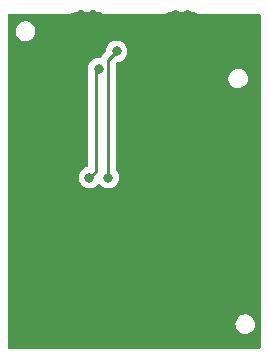
<source format=gbr>
%TF.GenerationSoftware,KiCad,Pcbnew,7.0.6-7.0.6~ubuntu22.04.1*%
%TF.CreationDate,2023-07-18T02:10:15-05:00*%
%TF.ProjectId,hydrophone_preamp,68796472-6f70-4686-9f6e-655f70726561,rev?*%
%TF.SameCoordinates,Original*%
%TF.FileFunction,Copper,L2,Bot*%
%TF.FilePolarity,Positive*%
%FSLAX46Y46*%
G04 Gerber Fmt 4.6, Leading zero omitted, Abs format (unit mm)*
G04 Created by KiCad (PCBNEW 7.0.6-7.0.6~ubuntu22.04.1) date 2023-07-18 02:10:15*
%MOMM*%
%LPD*%
G01*
G04 APERTURE LIST*
%TA.AperFunction,ViaPad*%
%ADD10C,0.800000*%
%TD*%
%TA.AperFunction,Conductor*%
%ADD11C,0.250000*%
%TD*%
G04 APERTURE END LIST*
D10*
%TO.N,GND*%
X125000000Y-126400000D03*
X121800000Y-123400000D03*
X139800000Y-102000000D03*
%TO.N,Net-(C3-Pad2)*%
X128500000Y-103500000D03*
X127800000Y-114200000D03*
%TO.N,Net-(C4-Pad2)*%
X127001910Y-104974500D03*
X126200000Y-114200000D03*
%TO.N,GND*%
X124800000Y-102000000D03*
X134425480Y-110025000D03*
X121400480Y-110600000D03*
X124400480Y-110800000D03*
X129000000Y-110000000D03*
%TD*%
D11*
%TO.N,Net-(C3-Pad2)*%
X127800000Y-114200000D02*
X127800000Y-104200000D01*
X127800000Y-104200000D02*
X128500000Y-103500000D01*
%TO.N,Net-(C4-Pad2)*%
X126200000Y-114200000D02*
X126724511Y-113675489D01*
X126724511Y-105251899D02*
X127001910Y-104974500D01*
X126724511Y-113675489D02*
X126724511Y-105251899D01*
%TD*%
%TA.AperFunction,Conductor*%
%TO.N,GND*%
G36*
X125603059Y-100020002D02*
G01*
X125617450Y-100030775D01*
X125617856Y-100031127D01*
X125617857Y-100031128D01*
X125726627Y-100125377D01*
X125857543Y-100185165D01*
X125964201Y-100200500D01*
X125964205Y-100200500D01*
X126035795Y-100200500D01*
X126035799Y-100200500D01*
X126142457Y-100185165D01*
X126273373Y-100125377D01*
X126382143Y-100031128D01*
X126382143Y-100031127D01*
X126382550Y-100030775D01*
X126447131Y-100001282D01*
X126465062Y-100000000D01*
X126534938Y-100000000D01*
X126603059Y-100020002D01*
X126617450Y-100030775D01*
X126617856Y-100031127D01*
X126617857Y-100031128D01*
X126726627Y-100125377D01*
X126857543Y-100185165D01*
X126964201Y-100200500D01*
X126964205Y-100200500D01*
X127035799Y-100200500D01*
X127069337Y-100195677D01*
X127093932Y-100192142D01*
X127164206Y-100202245D01*
X127187793Y-100216307D01*
X127192377Y-100219768D01*
X127205503Y-100229680D01*
X127209967Y-100233388D01*
X127239067Y-100259916D01*
X127239068Y-100259916D01*
X127247517Y-100265147D01*
X127254832Y-100269222D01*
X127263734Y-100273654D01*
X127263736Y-100273656D01*
X127280947Y-100278552D01*
X127301600Y-100284429D01*
X127307110Y-100286275D01*
X127343827Y-100300500D01*
X127343830Y-100300501D01*
X127353572Y-100302322D01*
X127361911Y-100303485D01*
X127371791Y-100304401D01*
X127371792Y-100304400D01*
X127371793Y-100304401D01*
X127381678Y-100303485D01*
X127410995Y-100300769D01*
X127416811Y-100300500D01*
X132540507Y-100300500D01*
X132561911Y-100303485D01*
X132571791Y-100304401D01*
X132571792Y-100304400D01*
X132571793Y-100304401D01*
X132581678Y-100303485D01*
X132610995Y-100300769D01*
X132616811Y-100300500D01*
X132627842Y-100300500D01*
X132627844Y-100300500D01*
X132638688Y-100298472D01*
X132644445Y-100297668D01*
X132683660Y-100294035D01*
X132683663Y-100294033D01*
X132693231Y-100291311D01*
X132701142Y-100288659D01*
X132710424Y-100285062D01*
X132710433Y-100285061D01*
X132743913Y-100264330D01*
X132748974Y-100261511D01*
X132784228Y-100243958D01*
X132784230Y-100243954D01*
X132792193Y-100237942D01*
X132798576Y-100232641D01*
X132805947Y-100225922D01*
X132805952Y-100225919D01*
X132805955Y-100225914D01*
X132807641Y-100224378D01*
X132811401Y-100222544D01*
X132815887Y-100219768D01*
X132816167Y-100220221D01*
X132871458Y-100193265D01*
X132910458Y-100192773D01*
X132964201Y-100200500D01*
X132964204Y-100200500D01*
X133035795Y-100200500D01*
X133035799Y-100200500D01*
X133142457Y-100185165D01*
X133273373Y-100125377D01*
X133382143Y-100031128D01*
X133382143Y-100031127D01*
X133382550Y-100030775D01*
X133447131Y-100001282D01*
X133465062Y-100000000D01*
X133534938Y-100000000D01*
X133603059Y-100020002D01*
X133617450Y-100030775D01*
X133617856Y-100031127D01*
X133617857Y-100031128D01*
X133726627Y-100125377D01*
X133857543Y-100185165D01*
X133964201Y-100200500D01*
X133964205Y-100200500D01*
X134035795Y-100200500D01*
X134035799Y-100200500D01*
X134142457Y-100185165D01*
X134273373Y-100125377D01*
X134382143Y-100031128D01*
X134382143Y-100031127D01*
X134382550Y-100030775D01*
X134447131Y-100001282D01*
X134465062Y-100000000D01*
X134534938Y-100000000D01*
X134603059Y-100020002D01*
X134617450Y-100030775D01*
X134617856Y-100031127D01*
X134617857Y-100031128D01*
X134726627Y-100125377D01*
X134857543Y-100185165D01*
X134964201Y-100200500D01*
X134964205Y-100200500D01*
X135035799Y-100200500D01*
X135069337Y-100195677D01*
X135093932Y-100192142D01*
X135164206Y-100202245D01*
X135187793Y-100216307D01*
X135192377Y-100219768D01*
X135205503Y-100229680D01*
X135209967Y-100233388D01*
X135239067Y-100259916D01*
X135239068Y-100259916D01*
X135247517Y-100265147D01*
X135254832Y-100269222D01*
X135263734Y-100273654D01*
X135263736Y-100273656D01*
X135280947Y-100278552D01*
X135301600Y-100284429D01*
X135307110Y-100286275D01*
X135343827Y-100300500D01*
X135343830Y-100300501D01*
X135353572Y-100302322D01*
X135361911Y-100303485D01*
X135371791Y-100304401D01*
X135371792Y-100304400D01*
X135371793Y-100304401D01*
X135381678Y-100303485D01*
X135410995Y-100300769D01*
X135416811Y-100300500D01*
X140573500Y-100300500D01*
X140641621Y-100320502D01*
X140688114Y-100374158D01*
X140699500Y-100426500D01*
X140699500Y-128573500D01*
X140679498Y-128641621D01*
X140625842Y-128688114D01*
X140573500Y-128699500D01*
X119426500Y-128699500D01*
X119358379Y-128679498D01*
X119311886Y-128625842D01*
X119300500Y-128573500D01*
X119300500Y-126554990D01*
X138569845Y-126554990D01*
X138579578Y-126734498D01*
X138579579Y-126734506D01*
X138627670Y-126907717D01*
X138627672Y-126907720D01*
X138627673Y-126907723D01*
X138711881Y-127066556D01*
X138828265Y-127203574D01*
X138971382Y-127312369D01*
X139134541Y-127387854D01*
X139134544Y-127387854D01*
X139134545Y-127387855D01*
X139170807Y-127395836D01*
X139310113Y-127426500D01*
X139310116Y-127426500D01*
X139444808Y-127426500D01*
X139444816Y-127426500D01*
X139455743Y-127425311D01*
X139578714Y-127411938D01*
X139578715Y-127411937D01*
X139578721Y-127411937D01*
X139749085Y-127354535D01*
X139903126Y-127261851D01*
X140033642Y-127138220D01*
X140134529Y-126989423D01*
X140201070Y-126822416D01*
X140230155Y-126645010D01*
X140220422Y-126465499D01*
X140203432Y-126404309D01*
X140172329Y-126292282D01*
X140172327Y-126292280D01*
X140172327Y-126292277D01*
X140088119Y-126133444D01*
X139971735Y-125996426D01*
X139828618Y-125887631D01*
X139665459Y-125812146D01*
X139665457Y-125812145D01*
X139665454Y-125812144D01*
X139489893Y-125773501D01*
X139489890Y-125773500D01*
X139489887Y-125773500D01*
X139355184Y-125773500D01*
X139355174Y-125773500D01*
X139221285Y-125788061D01*
X139221272Y-125788064D01*
X139050917Y-125845463D01*
X139050916Y-125845464D01*
X138896875Y-125938147D01*
X138766363Y-126061773D01*
X138766359Y-126061777D01*
X138665469Y-126210579D01*
X138598930Y-126377581D01*
X138598929Y-126377583D01*
X138569845Y-126554990D01*
X119300500Y-126554990D01*
X119300500Y-114200000D01*
X125286496Y-114200000D01*
X125306457Y-114389927D01*
X125336526Y-114482470D01*
X125365473Y-114571556D01*
X125365476Y-114571561D01*
X125460958Y-114736941D01*
X125460965Y-114736951D01*
X125588744Y-114878864D01*
X125588747Y-114878866D01*
X125743248Y-114991118D01*
X125917712Y-115068794D01*
X126104513Y-115108500D01*
X126295487Y-115108500D01*
X126482288Y-115068794D01*
X126656752Y-114991118D01*
X126811253Y-114878866D01*
X126906364Y-114773234D01*
X126966809Y-114735995D01*
X127037793Y-114737346D01*
X127093635Y-114773234D01*
X127188747Y-114878866D01*
X127343248Y-114991118D01*
X127517712Y-115068794D01*
X127704513Y-115108500D01*
X127895487Y-115108500D01*
X128082288Y-115068794D01*
X128256752Y-114991118D01*
X128411253Y-114878866D01*
X128411255Y-114878864D01*
X128539034Y-114736951D01*
X128539035Y-114736949D01*
X128539040Y-114736944D01*
X128634527Y-114571556D01*
X128693542Y-114389928D01*
X128713504Y-114200000D01*
X128693542Y-114010072D01*
X128634527Y-113828444D01*
X128539040Y-113663056D01*
X128465863Y-113581784D01*
X128435146Y-113517776D01*
X128433500Y-113497474D01*
X128433500Y-105754990D01*
X137969845Y-105754990D01*
X137979578Y-105934498D01*
X137979579Y-105934506D01*
X138027670Y-106107717D01*
X138027672Y-106107720D01*
X138027673Y-106107723D01*
X138111881Y-106266556D01*
X138228265Y-106403574D01*
X138371382Y-106512369D01*
X138534541Y-106587854D01*
X138534544Y-106587854D01*
X138534545Y-106587855D01*
X138570807Y-106595836D01*
X138710113Y-106626500D01*
X138710116Y-106626500D01*
X138844808Y-106626500D01*
X138844816Y-106626500D01*
X138855743Y-106625311D01*
X138978714Y-106611938D01*
X138978715Y-106611937D01*
X138978721Y-106611937D01*
X139149085Y-106554535D01*
X139303126Y-106461851D01*
X139433642Y-106338220D01*
X139534529Y-106189423D01*
X139601070Y-106022416D01*
X139630155Y-105845010D01*
X139620422Y-105665499D01*
X139603432Y-105604309D01*
X139572329Y-105492282D01*
X139572327Y-105492280D01*
X139572327Y-105492277D01*
X139488119Y-105333444D01*
X139371735Y-105196426D01*
X139228618Y-105087631D01*
X139065459Y-105012146D01*
X139065457Y-105012145D01*
X139065454Y-105012144D01*
X138889893Y-104973501D01*
X138889890Y-104973500D01*
X138889887Y-104973500D01*
X138755184Y-104973500D01*
X138755174Y-104973500D01*
X138621285Y-104988061D01*
X138621272Y-104988064D01*
X138450917Y-105045463D01*
X138450916Y-105045464D01*
X138296875Y-105138147D01*
X138166363Y-105261773D01*
X138166359Y-105261777D01*
X138065469Y-105410579D01*
X137998930Y-105577581D01*
X137998929Y-105577583D01*
X137969845Y-105754990D01*
X128433500Y-105754990D01*
X128433500Y-104534500D01*
X128453502Y-104466379D01*
X128507158Y-104419886D01*
X128559500Y-104408500D01*
X128595487Y-104408500D01*
X128782288Y-104368794D01*
X128956752Y-104291118D01*
X129111253Y-104178866D01*
X129111255Y-104178864D01*
X129239034Y-104036951D01*
X129239035Y-104036949D01*
X129239040Y-104036944D01*
X129334527Y-103871556D01*
X129393542Y-103689928D01*
X129413504Y-103500000D01*
X129393542Y-103310072D01*
X129334527Y-103128444D01*
X129239040Y-102963056D01*
X129239038Y-102963054D01*
X129239034Y-102963048D01*
X129111255Y-102821135D01*
X128956752Y-102708882D01*
X128782288Y-102631206D01*
X128595487Y-102591500D01*
X128404513Y-102591500D01*
X128217711Y-102631206D01*
X128043247Y-102708882D01*
X127888744Y-102821135D01*
X127760965Y-102963048D01*
X127760958Y-102963058D01*
X127665476Y-103128438D01*
X127665473Y-103128445D01*
X127606457Y-103310072D01*
X127589092Y-103475292D01*
X127562079Y-103540949D01*
X127552877Y-103551216D01*
X127411336Y-103692757D01*
X127398901Y-103702721D01*
X127399089Y-103702948D01*
X127392980Y-103708001D01*
X127345016Y-103759078D01*
X127323866Y-103780227D01*
X127319560Y-103785777D01*
X127315714Y-103790279D01*
X127283417Y-103824674D01*
X127283411Y-103824683D01*
X127273651Y-103842435D01*
X127262803Y-103858950D01*
X127250386Y-103874958D01*
X127231645Y-103918264D01*
X127229034Y-103923594D01*
X127206305Y-103964939D01*
X127206304Y-103964940D01*
X127204662Y-103971338D01*
X127168345Y-104032344D01*
X127104812Y-104064030D01*
X127082621Y-104066000D01*
X126906423Y-104066000D01*
X126719621Y-104105706D01*
X126545157Y-104183382D01*
X126390654Y-104295635D01*
X126262875Y-104437548D01*
X126262868Y-104437558D01*
X126167386Y-104602938D01*
X126167383Y-104602945D01*
X126108367Y-104784572D01*
X126088406Y-104974500D01*
X126101511Y-105099197D01*
X126098243Y-105143698D01*
X126091011Y-105171867D01*
X126091011Y-105192122D01*
X126089460Y-105211832D01*
X126086291Y-105231841D01*
X126086291Y-105231842D01*
X126090731Y-105278816D01*
X126091011Y-105284749D01*
X126091011Y-113192336D01*
X126071009Y-113260457D01*
X126017353Y-113306950D01*
X125991209Y-113315582D01*
X125917715Y-113331204D01*
X125743247Y-113408882D01*
X125588744Y-113521135D01*
X125460965Y-113663048D01*
X125460958Y-113663058D01*
X125365476Y-113828438D01*
X125365473Y-113828445D01*
X125306457Y-114010072D01*
X125286496Y-114200000D01*
X119300500Y-114200000D01*
X119300500Y-101754990D01*
X119969845Y-101754990D01*
X119979578Y-101934498D01*
X119979579Y-101934506D01*
X120027670Y-102107717D01*
X120027672Y-102107720D01*
X120027673Y-102107723D01*
X120111881Y-102266556D01*
X120228265Y-102403574D01*
X120371382Y-102512369D01*
X120534541Y-102587854D01*
X120534544Y-102587854D01*
X120534545Y-102587855D01*
X120551105Y-102591500D01*
X120710113Y-102626500D01*
X120710116Y-102626500D01*
X120844808Y-102626500D01*
X120844816Y-102626500D01*
X120855743Y-102625311D01*
X120978714Y-102611938D01*
X120978715Y-102611937D01*
X120978721Y-102611937D01*
X121149085Y-102554535D01*
X121303126Y-102461851D01*
X121433642Y-102338220D01*
X121534529Y-102189423D01*
X121601070Y-102022416D01*
X121630155Y-101845010D01*
X121620422Y-101665499D01*
X121603432Y-101604309D01*
X121572329Y-101492282D01*
X121572327Y-101492280D01*
X121572327Y-101492277D01*
X121488119Y-101333444D01*
X121371735Y-101196426D01*
X121228618Y-101087631D01*
X121065459Y-101012146D01*
X121065457Y-101012145D01*
X121065454Y-101012144D01*
X120889893Y-100973501D01*
X120889890Y-100973500D01*
X120889887Y-100973500D01*
X120755184Y-100973500D01*
X120755174Y-100973500D01*
X120621285Y-100988061D01*
X120621272Y-100988064D01*
X120450917Y-101045463D01*
X120450916Y-101045464D01*
X120296875Y-101138147D01*
X120166363Y-101261773D01*
X120166359Y-101261777D01*
X120065469Y-101410579D01*
X119998930Y-101577581D01*
X119998929Y-101577583D01*
X119969845Y-101754990D01*
X119300500Y-101754990D01*
X119300500Y-100426500D01*
X119320502Y-100358379D01*
X119374158Y-100311886D01*
X119426500Y-100300500D01*
X124540507Y-100300500D01*
X124561911Y-100303485D01*
X124571791Y-100304401D01*
X124571792Y-100304400D01*
X124571793Y-100304401D01*
X124581678Y-100303485D01*
X124610995Y-100300769D01*
X124616811Y-100300500D01*
X124627842Y-100300500D01*
X124627844Y-100300500D01*
X124638688Y-100298472D01*
X124644445Y-100297668D01*
X124683660Y-100294035D01*
X124683663Y-100294033D01*
X124693231Y-100291311D01*
X124701142Y-100288659D01*
X124710424Y-100285062D01*
X124710433Y-100285061D01*
X124743913Y-100264330D01*
X124748974Y-100261511D01*
X124784228Y-100243958D01*
X124784230Y-100243954D01*
X124792193Y-100237942D01*
X124798576Y-100232641D01*
X124805947Y-100225922D01*
X124805952Y-100225919D01*
X124805955Y-100225914D01*
X124807641Y-100224378D01*
X124811401Y-100222544D01*
X124815887Y-100219768D01*
X124816167Y-100220221D01*
X124871458Y-100193265D01*
X124910458Y-100192773D01*
X124964201Y-100200500D01*
X124964204Y-100200500D01*
X125035795Y-100200500D01*
X125035799Y-100200500D01*
X125142457Y-100185165D01*
X125273373Y-100125377D01*
X125382143Y-100031128D01*
X125382143Y-100031127D01*
X125382550Y-100030775D01*
X125447131Y-100001282D01*
X125465062Y-100000000D01*
X125534938Y-100000000D01*
X125603059Y-100020002D01*
G37*
%TD.AperFunction*%
%TD*%
M02*

</source>
